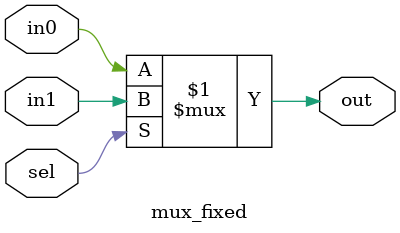
<source format=sv>

module mux_fixed (input in0, input in1, input sel, output out);
assign out = sel ? in1:in0;
endmodule



</source>
